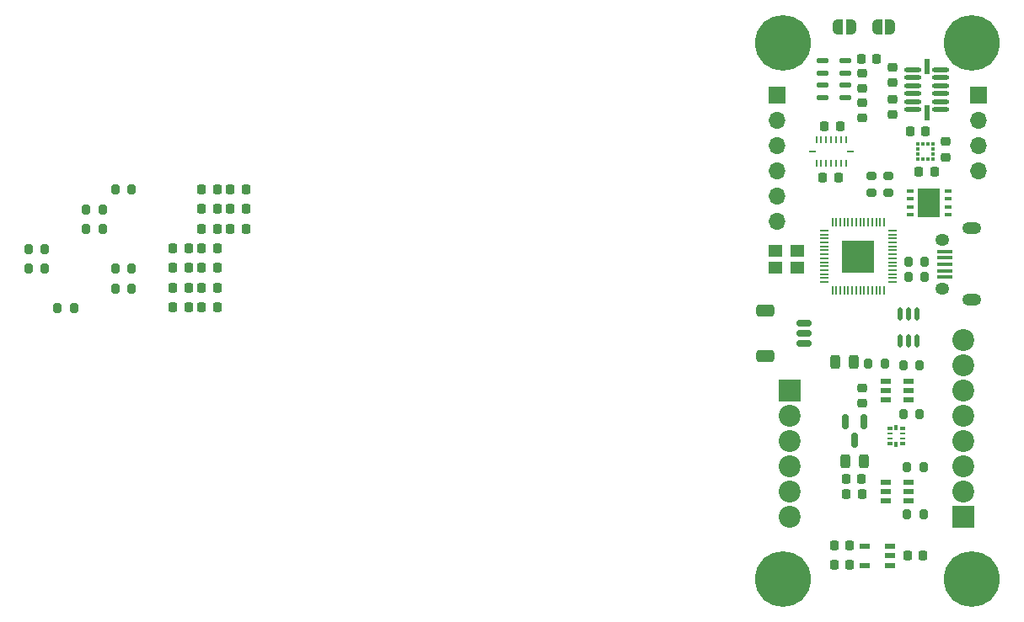
<source format=gbr>
%TF.GenerationSoftware,KiCad,Pcbnew,7.0.5*%
%TF.CreationDate,2023-12-09T18:35:52-08:00*%
%TF.ProjectId,Lyrav3,4c797261-7633-42e6-9b69-6361645f7063,rev?*%
%TF.SameCoordinates,Original*%
%TF.FileFunction,Soldermask,Top*%
%TF.FilePolarity,Negative*%
%FSLAX46Y46*%
G04 Gerber Fmt 4.6, Leading zero omitted, Abs format (unit mm)*
G04 Created by KiCad (PCBNEW 7.0.5) date 2023-12-09 18:35:52*
%MOMM*%
%LPD*%
G01*
G04 APERTURE LIST*
G04 Aperture macros list*
%AMRoundRect*
0 Rectangle with rounded corners*
0 $1 Rounding radius*
0 $2 $3 $4 $5 $6 $7 $8 $9 X,Y pos of 4 corners*
0 Add a 4 corners polygon primitive as box body*
4,1,4,$2,$3,$4,$5,$6,$7,$8,$9,$2,$3,0*
0 Add four circle primitives for the rounded corners*
1,1,$1+$1,$2,$3*
1,1,$1+$1,$4,$5*
1,1,$1+$1,$6,$7*
1,1,$1+$1,$8,$9*
0 Add four rect primitives between the rounded corners*
20,1,$1+$1,$2,$3,$4,$5,0*
20,1,$1+$1,$4,$5,$6,$7,0*
20,1,$1+$1,$6,$7,$8,$9,0*
20,1,$1+$1,$8,$9,$2,$3,0*%
%AMFreePoly0*
4,1,19,0.500000,-0.750000,0.000000,-0.750000,0.000000,-0.744911,-0.071157,-0.744911,-0.207708,-0.704816,-0.327430,-0.627875,-0.420627,-0.520320,-0.479746,-0.390866,-0.500000,-0.250000,-0.500000,0.250000,-0.479746,0.390866,-0.420627,0.520320,-0.327430,0.627875,-0.207708,0.704816,-0.071157,0.744911,0.000000,0.744911,0.000000,0.750000,0.500000,0.750000,0.500000,-0.750000,0.500000,-0.750000,
$1*%
%AMFreePoly1*
4,1,19,0.000000,0.744911,0.071157,0.744911,0.207708,0.704816,0.327430,0.627875,0.420627,0.520320,0.479746,0.390866,0.500000,0.250000,0.500000,-0.250000,0.479746,-0.390866,0.420627,-0.520320,0.327430,-0.627875,0.207708,-0.704816,0.071157,-0.744911,0.000000,-0.744911,0.000000,-0.750000,-0.500000,-0.750000,-0.500000,0.750000,0.000000,0.750000,0.000000,0.744911,0.000000,0.744911,
$1*%
G04 Aperture macros list end*
%ADD10RoundRect,0.200000X-0.200000X-0.275000X0.200000X-0.275000X0.200000X0.275000X-0.200000X0.275000X0*%
%ADD11RoundRect,0.200000X0.200000X0.275000X-0.200000X0.275000X-0.200000X-0.275000X0.200000X-0.275000X0*%
%ADD12RoundRect,0.200000X-0.275000X0.200000X-0.275000X-0.200000X0.275000X-0.200000X0.275000X0.200000X0*%
%ADD13RoundRect,0.218750X0.256250X-0.218750X0.256250X0.218750X-0.256250X0.218750X-0.256250X-0.218750X0*%
%ADD14RoundRect,0.225000X0.225000X0.250000X-0.225000X0.250000X-0.225000X-0.250000X0.225000X-0.250000X0*%
%ADD15RoundRect,0.225000X-0.225000X-0.250000X0.225000X-0.250000X0.225000X0.250000X-0.225000X0.250000X0*%
%ADD16RoundRect,0.225000X0.250000X-0.225000X0.250000X0.225000X-0.250000X0.225000X-0.250000X-0.225000X0*%
%ADD17RoundRect,0.225000X-0.250000X0.225000X-0.250000X-0.225000X0.250000X-0.225000X0.250000X0.225000X0*%
%ADD18RoundRect,0.243750X-0.243750X-0.456250X0.243750X-0.456250X0.243750X0.456250X-0.243750X0.456250X0*%
%ADD19C,5.600000*%
%ADD20R,0.350000X0.375000*%
%ADD21R,0.375000X0.350000*%
%ADD22R,1.070000X0.530000*%
%ADD23RoundRect,0.150000X-0.625000X0.150000X-0.625000X-0.150000X0.625000X-0.150000X0.625000X0.150000X0*%
%ADD24RoundRect,0.250000X-0.650000X0.350000X-0.650000X-0.350000X0.650000X-0.350000X0.650000X0.350000X0*%
%ADD25RoundRect,0.050000X-0.050000X0.387500X-0.050000X-0.387500X0.050000X-0.387500X0.050000X0.387500X0*%
%ADD26RoundRect,0.050000X-0.387500X0.050000X-0.387500X-0.050000X0.387500X-0.050000X0.387500X0.050000X0*%
%ADD27R,3.200000X3.200000*%
%ADD28RoundRect,0.150000X-0.150000X0.587500X-0.150000X-0.587500X0.150000X-0.587500X0.150000X0.587500X0*%
%ADD29R,1.700000X1.700000*%
%ADD30O,1.700000X1.700000*%
%ADD31R,1.400000X1.200000*%
%ADD32R,2.200000X2.200000*%
%ADD33C,2.200000*%
%ADD34O,1.900000X1.200000*%
%ADD35O,1.400000X1.200000*%
%ADD36R,1.600000X0.400000*%
%ADD37FreePoly0,180.000000*%
%ADD38FreePoly1,180.000000*%
%ADD39R,1.000000X0.600000*%
%ADD40R,0.250000X0.800000*%
%ADD41R,0.800000X0.250000*%
%ADD42O,1.770000X0.450000*%
%ADD43R,0.600000X1.550000*%
%ADD44R,0.580000X0.300000*%
%ADD45R,0.580000X0.250000*%
%ADD46R,0.350000X0.630000*%
%ADD47RoundRect,0.125000X0.475000X0.125000X-0.475000X0.125000X-0.475000X-0.125000X0.475000X-0.125000X0*%
%ADD48O,0.480000X1.330000*%
%ADD49R,0.800000X0.400000*%
%ADD50R,2.300000X3.000000*%
G04 APERTURE END LIST*
D10*
%TO.C,R27*%
X119538000Y-86772000D03*
X121188000Y-86772000D03*
%TD*%
%TO.C,R26*%
X119538000Y-84782000D03*
X121188000Y-84782000D03*
%TD*%
%TO.C,R22*%
X119538000Y-76822000D03*
X121188000Y-76822000D03*
%TD*%
D11*
%TO.C,R20*%
X200723000Y-109474000D03*
X199073000Y-109474000D03*
%TD*%
%TO.C,R19*%
X200342000Y-99441000D03*
X198692000Y-99441000D03*
%TD*%
D10*
%TO.C,R18*%
X199225400Y-85598000D03*
X200875400Y-85598000D03*
%TD*%
%TO.C,R17*%
X116628000Y-80802000D03*
X118278000Y-80802000D03*
%TD*%
%TO.C,R16*%
X116628000Y-78812000D03*
X118278000Y-78812000D03*
%TD*%
D11*
%TO.C,R15*%
X199225400Y-84074000D03*
X200875400Y-84074000D03*
%TD*%
D10*
%TO.C,R14*%
X113718000Y-88762000D03*
X115368000Y-88762000D03*
%TD*%
D11*
%TO.C,R9*%
X200723000Y-104775000D03*
X199073000Y-104775000D03*
%TD*%
%TO.C,R8*%
X200342000Y-94488000D03*
X198692000Y-94488000D03*
%TD*%
D12*
%TO.C,R7*%
X197154800Y-75476600D03*
X197154800Y-77126600D03*
%TD*%
%TO.C,R6*%
X195503800Y-75476601D03*
X195503800Y-77126601D03*
%TD*%
D10*
%TO.C,R5*%
X110808000Y-84782000D03*
X112458000Y-84782000D03*
%TD*%
%TO.C,R4*%
X110808000Y-82792000D03*
X112458000Y-82792000D03*
%TD*%
%TO.C,R3*%
X195173600Y-94284800D03*
X196823600Y-94284800D03*
%TD*%
D13*
%TO.C,D3*%
X194564000Y-98323500D03*
X194564000Y-96748500D03*
%TD*%
D14*
%TO.C,C29*%
X193307000Y-112649000D03*
X191757000Y-112649000D03*
%TD*%
D15*
%TO.C,C28*%
X131088000Y-80752000D03*
X132638000Y-80752000D03*
%TD*%
%TO.C,C27*%
X131088000Y-78782000D03*
X132638000Y-78782000D03*
%TD*%
%TO.C,C26*%
X131088000Y-76812000D03*
X132638000Y-76812000D03*
%TD*%
%TO.C,C25*%
X128218000Y-88632000D03*
X129768000Y-88632000D03*
%TD*%
%TO.C,C24*%
X128218000Y-86662000D03*
X129768000Y-86662000D03*
%TD*%
%TO.C,C23*%
X128218000Y-84692000D03*
X129768000Y-84692000D03*
%TD*%
%TO.C,C22*%
X128218000Y-82722000D03*
X129768000Y-82722000D03*
%TD*%
%TO.C,C21*%
X128218000Y-80752000D03*
X129768000Y-80752000D03*
%TD*%
%TO.C,C20*%
X128218000Y-78782000D03*
X129768000Y-78782000D03*
%TD*%
%TO.C,C19*%
X128218000Y-76812000D03*
X129768000Y-76812000D03*
%TD*%
%TO.C,C18*%
X125348000Y-88632000D03*
X126898000Y-88632000D03*
%TD*%
%TO.C,C17*%
X125348000Y-86662000D03*
X126898000Y-86662000D03*
%TD*%
%TO.C,C16*%
X125348000Y-84692000D03*
X126898000Y-84692000D03*
%TD*%
%TO.C,C15*%
X125348000Y-82722000D03*
X126898000Y-82722000D03*
%TD*%
D14*
%TO.C,C14*%
X201816000Y-75057000D03*
X200266000Y-75057000D03*
%TD*%
D15*
%TO.C,C13*%
X199377000Y-70993000D03*
X200927000Y-70993000D03*
%TD*%
D16*
%TO.C,C12*%
X202946000Y-73559000D03*
X202946000Y-72009000D03*
%TD*%
%TO.C,C11*%
X197612000Y-69253400D03*
X197612000Y-67703400D03*
%TD*%
D17*
%TO.C,C10*%
X197612000Y-64491400D03*
X197612000Y-66041400D03*
%TD*%
D16*
%TO.C,C9*%
X194564000Y-66639800D03*
X194564000Y-65089800D03*
%TD*%
D14*
%TO.C,C8*%
X194549000Y-107442000D03*
X192999000Y-107442000D03*
%TD*%
%TO.C,C6*%
X193307000Y-114554000D03*
X191757000Y-114554000D03*
%TD*%
%TO.C,C5*%
X200673000Y-113665000D03*
X199123000Y-113665000D03*
%TD*%
D17*
%TO.C,C3*%
X194564000Y-68059000D03*
X194564000Y-69609000D03*
%TD*%
D15*
%TO.C,C2*%
X190791800Y-70408800D03*
X192341800Y-70408800D03*
%TD*%
%TO.C,C1*%
X190614000Y-75590400D03*
X192164000Y-75590400D03*
%TD*%
D18*
%TO.C,D2*%
X191860700Y-94183200D03*
X193735700Y-94183200D03*
%TD*%
D19*
%TO.C,H3*%
X186600000Y-116025000D03*
%TD*%
D20*
%TO.C,U5*%
X200164000Y-73787500D03*
X200664000Y-73787500D03*
X201164000Y-73787500D03*
X201664000Y-73787500D03*
D21*
X201676500Y-73275000D03*
X201676500Y-72775000D03*
D20*
X201664000Y-72262500D03*
X201164000Y-72262500D03*
X200664000Y-72262500D03*
X200164000Y-72262500D03*
D21*
X200151500Y-72775000D03*
X200151500Y-73275000D03*
%TD*%
D22*
%TO.C,Q2*%
X196970000Y-96078000D03*
X196970000Y-97028000D03*
X196970000Y-97978000D03*
X199270000Y-97978000D03*
X199270000Y-97028000D03*
X199270000Y-96078000D03*
%TD*%
D23*
%TO.C,J5*%
X188690000Y-90271600D03*
X188690000Y-91271600D03*
X188690000Y-92271600D03*
D24*
X184815000Y-88971600D03*
X184815000Y-93571600D03*
%TD*%
D25*
%TO.C,U8*%
X196770400Y-80090500D03*
X196370400Y-80090500D03*
X195970400Y-80090500D03*
X195570400Y-80090500D03*
X195170400Y-80090500D03*
X194770400Y-80090500D03*
X194370400Y-80090500D03*
X193970400Y-80090500D03*
X193570400Y-80090500D03*
X193170400Y-80090500D03*
X192770400Y-80090500D03*
X192370400Y-80090500D03*
X191970400Y-80090500D03*
X191570400Y-80090500D03*
D26*
X190732900Y-80928000D03*
X190732900Y-81328000D03*
X190732900Y-81728000D03*
X190732900Y-82128000D03*
X190732900Y-82528000D03*
X190732900Y-82928000D03*
X190732900Y-83328000D03*
X190732900Y-83728000D03*
X190732900Y-84128000D03*
X190732900Y-84528000D03*
X190732900Y-84928000D03*
X190732900Y-85328000D03*
X190732900Y-85728000D03*
X190732900Y-86128000D03*
D25*
X191570400Y-86965500D03*
X191970400Y-86965500D03*
X192370400Y-86965500D03*
X192770400Y-86965500D03*
X193170400Y-86965500D03*
X193570400Y-86965500D03*
X193970400Y-86965500D03*
X194370400Y-86965500D03*
X194770400Y-86965500D03*
X195170400Y-86965500D03*
X195570400Y-86965500D03*
X195970400Y-86965500D03*
X196370400Y-86965500D03*
X196770400Y-86965500D03*
D26*
X197607900Y-86128000D03*
X197607900Y-85728000D03*
X197607900Y-85328000D03*
X197607900Y-84928000D03*
X197607900Y-84528000D03*
X197607900Y-84128000D03*
X197607900Y-83728000D03*
X197607900Y-83328000D03*
X197607900Y-82928000D03*
X197607900Y-82528000D03*
X197607900Y-82128000D03*
X197607900Y-81728000D03*
X197607900Y-81328000D03*
X197607900Y-80928000D03*
D27*
X194170400Y-83528000D03*
%TD*%
D22*
%TO.C,Q3*%
X196970000Y-106238000D03*
X196970000Y-107188000D03*
X196970000Y-108138000D03*
X199270000Y-108138000D03*
X199270000Y-107188000D03*
X199270000Y-106238000D03*
%TD*%
D28*
%TO.C,Q1*%
X194752000Y-100154500D03*
X192852000Y-100154500D03*
X193802000Y-102029500D03*
%TD*%
D29*
%TO.C,J8*%
X206273400Y-67320000D03*
D30*
X206273400Y-69860000D03*
X206273400Y-72400000D03*
X206273400Y-74940000D03*
%TD*%
D31*
%TO.C,X1*%
X185844000Y-84670000D03*
X188044000Y-84670000D03*
X188044000Y-82970000D03*
X185844000Y-82970000D03*
%TD*%
D32*
%TO.C,J1*%
X204724000Y-109728000D03*
D33*
X204724000Y-107188000D03*
X204724000Y-104648000D03*
X204724000Y-102108000D03*
X204724000Y-99568000D03*
X204724000Y-97028000D03*
X204724000Y-94488000D03*
X204724000Y-91948000D03*
%TD*%
D14*
%TO.C,C7*%
X194521000Y-105918000D03*
X192971000Y-105918000D03*
%TD*%
D34*
%TO.C,J7*%
X205539000Y-80728000D03*
X205539000Y-87928000D03*
D35*
X202639000Y-86748000D03*
X202639000Y-81908000D03*
D36*
X202879000Y-83028000D03*
X202889000Y-83678000D03*
X202889000Y-84328000D03*
X202889000Y-84978000D03*
X202889000Y-85628000D03*
%TD*%
D19*
%TO.C,H1*%
X186600000Y-62025000D03*
%TD*%
D37*
%TO.C,J4*%
X193450999Y-60452000D03*
D38*
X192150999Y-60452000D03*
%TD*%
D39*
%TO.C,U9*%
X197388000Y-114615000D03*
X197388000Y-113665000D03*
X197388000Y-112715000D03*
X194788000Y-112715000D03*
X194788000Y-114615000D03*
%TD*%
D18*
%TO.C,F1*%
X192864500Y-104140000D03*
X194739500Y-104140000D03*
%TD*%
D19*
%TO.C,H2*%
X205600000Y-62025000D03*
%TD*%
D40*
%TO.C,U2*%
X189959000Y-71801000D03*
X190459000Y-71801000D03*
X190959000Y-71801000D03*
X191459000Y-71801000D03*
X191959000Y-71801000D03*
X192459000Y-71801000D03*
X192959000Y-71801000D03*
D41*
X193369000Y-73001000D03*
D40*
X192959000Y-74201000D03*
X192459000Y-74201000D03*
X191959000Y-74201000D03*
X191459000Y-74201000D03*
X190959000Y-74201000D03*
X190459000Y-74201000D03*
X189959000Y-74201000D03*
D41*
X189549000Y-73001000D03*
%TD*%
D42*
%TO.C,U4*%
X199656400Y-64751200D03*
X199656400Y-65551200D03*
X199656400Y-66351200D03*
X199656400Y-67151200D03*
X199656400Y-67951200D03*
X199656400Y-68751200D03*
D43*
X201066400Y-69051200D03*
D42*
X202476400Y-68751200D03*
X202476400Y-67951200D03*
X202476400Y-67151200D03*
X202476400Y-66351200D03*
X202476400Y-65551200D03*
X202476400Y-64751200D03*
D43*
X201066400Y-64451200D03*
%TD*%
D37*
%TO.C,J3*%
X197358000Y-60452000D03*
D38*
X196058000Y-60452000D03*
%TD*%
D19*
%TO.C,H4*%
X205600000Y-116025000D03*
%TD*%
D44*
%TO.C,U6*%
X197368000Y-100862000D03*
D45*
X197368000Y-101362000D03*
X197368000Y-101862000D03*
D44*
X197368000Y-102362000D03*
D46*
X197998000Y-102472000D03*
D44*
X198628000Y-102362000D03*
D45*
X198628000Y-101862000D03*
X198628000Y-101362000D03*
D44*
X198628000Y-100862000D03*
D46*
X197998000Y-100752000D03*
%TD*%
D32*
%TO.C,J2*%
X187325000Y-97028000D03*
D33*
X187325000Y-99568000D03*
X187325000Y-102108000D03*
X187325000Y-104648000D03*
X187325000Y-107188000D03*
X187325000Y-109728000D03*
%TD*%
D47*
%TO.C,U3*%
X192920000Y-67584800D03*
X192920000Y-66334800D03*
X192920000Y-65084800D03*
X192920000Y-63834800D03*
X190620000Y-63834800D03*
X190620000Y-65084800D03*
X190620000Y-66334800D03*
X190620000Y-67584800D03*
%TD*%
D29*
%TO.C,J6*%
X186055000Y-67310000D03*
D30*
X186055000Y-69850000D03*
X186055000Y-72390000D03*
X186055000Y-74930000D03*
X186055000Y-77470000D03*
X186055000Y-80010000D03*
%TD*%
D48*
%TO.C,LED1*%
X200113000Y-89308000D03*
X199263000Y-89308000D03*
X198413000Y-89308000D03*
X198413000Y-92048000D03*
X199263000Y-92048000D03*
X200113000Y-92048000D03*
%TD*%
D49*
%TO.C,U7*%
X199400000Y-76962000D03*
X199400000Y-77762000D03*
X199400000Y-78562000D03*
X199400000Y-79362000D03*
X203200000Y-79362000D03*
X203200000Y-78562000D03*
X203200000Y-77762000D03*
X203200000Y-76962000D03*
D50*
X201300000Y-78162000D03*
%TD*%
D15*
%TO.C,C4*%
X194500200Y-63652400D03*
X196050200Y-63652400D03*
%TD*%
M02*

</source>
